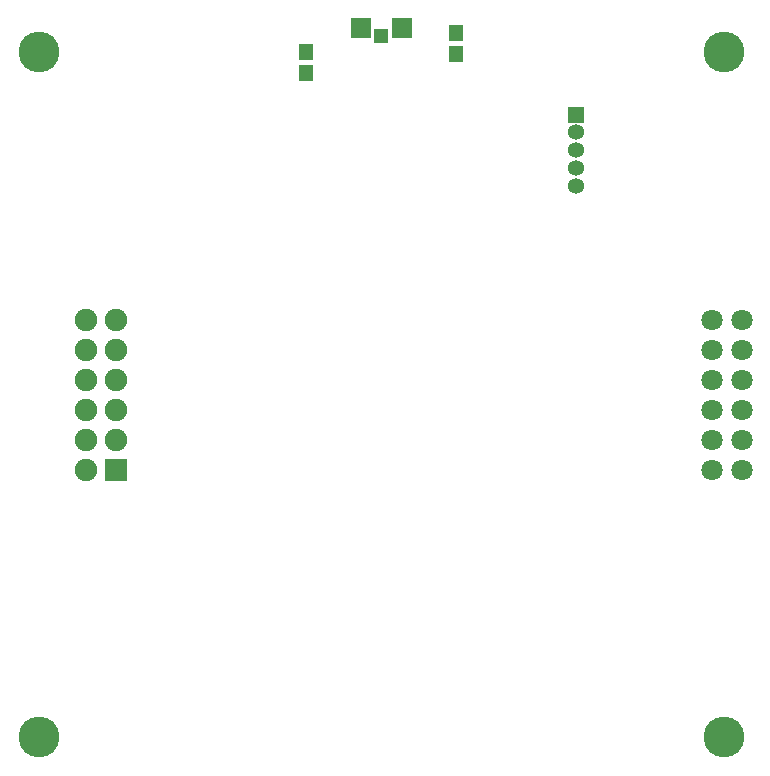
<source format=gbr>
G04 DesignSpark PCB PRO Gerber Version 10.0 Build 5299*
G04 #@! TF.Part,Single*
G04 #@! TF.FileFunction,Soldermask,Top*
G04 #@! TF.FilePolarity,Negative*
%FSLAX35Y35*%
%MOIN*%
G04 #@! TA.AperFunction,SMDPad,CuDef*
%ADD91R,0.04937X0.05291*%
%ADD153R,0.04543X0.04543*%
G04 #@! TA.AperFunction,ComponentPad*
%ADD104R,0.05331X0.05331*%
G04 #@! TA.AperFunction,SMDPad,CuDef*
%ADD95R,0.06906X0.06906*%
G04 #@! TA.AperFunction,ComponentPad*
%ADD150R,0.07496X0.07496*%
%ADD105C,0.05331*%
%ADD87C,0.07102*%
%ADD151C,0.07496*%
G04 #@! TA.AperFunction,WasherPad*
%ADD86C,0.13598*%
G04 #@! TD.AperFunction*
X0Y0D02*
D02*
D86*
X27953Y24016D03*
Y252362D03*
X256299Y24016D03*
Y252362D03*
D02*
D87*
X252205Y113189D03*
Y123189D03*
Y133189D03*
Y143189D03*
Y153189D03*
Y163189D03*
X262205Y113189D03*
Y123189D03*
Y133189D03*
Y143189D03*
Y153189D03*
Y163189D03*
D02*
D91*
X116929Y245319D03*
Y252319D03*
X166929Y251618D03*
Y258618D03*
D02*
D95*
X135236Y260236D03*
X149016D03*
D02*
D104*
X207087Y231496D03*
D02*
D105*
Y207874D03*
Y213780D03*
Y219685D03*
Y225591D03*
D02*
D150*
X53543Y113189D03*
D02*
D151*
X43543D03*
Y123189D03*
Y133189D03*
Y143189D03*
Y153189D03*
Y163189D03*
X53543Y123189D03*
Y133189D03*
Y143189D03*
Y153189D03*
Y163189D03*
D02*
D153*
X142126Y257677D03*
X0Y0D02*
M02*

</source>
